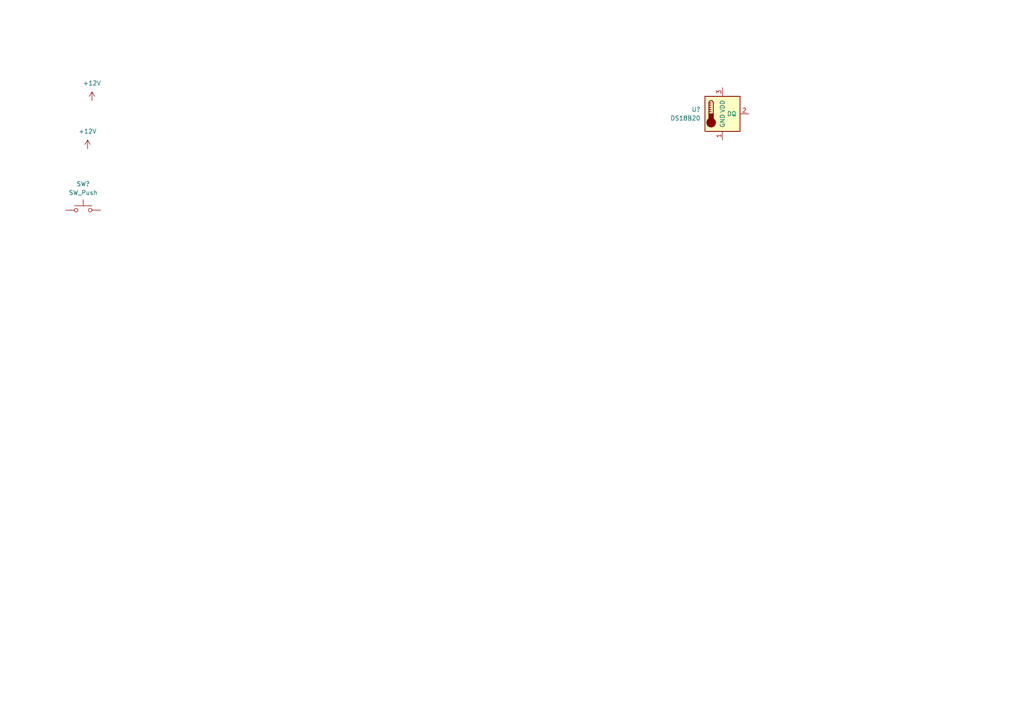
<source format=kicad_sch>
(kicad_sch (version 20211123) (generator eeschema)
  (paper "A4")
  (lib_symbols
    (symbol "Sensor_Temperature:DS18B20" (pin_names (offset 1.016))
      (property "Reference" "U" (at -3.81 6.35 0))
      (property "Value" "DS18B20" (at 6.35 6.35 0))
      (symbol "DS18B20_0_1"
        (rectangle (start -5.08 5.08) (end 5.08 -5.08) (stroke (width 0.254)) (fill (type background)))
        (circle (center -3.302 -2.54) (radius 1.27) (stroke (width 0.254)) (fill (type outline)))
        (rectangle (start -2.667 -1.905) (end -3.937 0) (stroke (width 0.254)) (fill (type outline)))
        (arc (start -2.667 3.175) (mid -3.302 3.81) (end -3.937 3.175) (stroke (width 0.254)))
        (polyline (pts (xy -3.937 0.635) (xy -3.302 0.635)) (stroke (width 0.254)))
        (polyline (pts (xy -3.937 1.27) (xy -3.302 1.27)) (stroke (width 0.254)))
        (polyline (pts (xy -3.937 1.905) (xy -3.302 1.905)) (stroke (width 0.254)))
        (polyline (pts (xy -3.937 2.54) (xy -3.302 2.54)) (stroke (width 0.254)))
        (polyline (pts (xy -3.937 3.175) (xy -3.937 0)) (stroke (width 0.254)))
        (polyline (pts (xy -3.937 3.175) (xy -3.302 3.175)) (stroke (width 0.254)))
        (polyline (pts (xy -2.667 3.175) (xy -2.667 0)) (stroke (width 0.254)))
      )
      (symbol "DS18B20_1_1"
        (pin power_in line (at 0 -7.62 90) (length 2.54) (name "GND") (number "1"))
        (pin bidirectional line (at 7.62 0 180) (length 2.54) (name "DQ") (number "2"))
        (pin power_in line (at 0 7.62 270) (length 2.54) (name "VDD") (number "3"))
      )
    )
    (symbol "Switch:SW_Push" (pin_numbers hide) (pin_names (offset 1.016) hide)
      (property "Reference" "SW" (at 1.27 2.54 0))
      (property "Value" "SW_Push" (at 0 -1.524 0))
      (symbol "SW_Push_0_1"
        (circle (center -2.032 0) (radius 0.508))
        (polyline (pts (xy 0 1.27) (xy 0 3.048)))
        (polyline (pts (xy 2.54 1.27) (xy -2.54 1.27)))
        (circle (center 2.032 0) (radius 0.508))
        (pin passive line (at -5.08 0 0) (length 2.54) (name "1") (number "1"))
        (pin passive line (at 5.08 0 180) (length 2.54) (name "2") (number "2"))
      )
    )
    (symbol "power:+12V" (power) (pin_names (offset 0))
      (property "Value" "+12V" (at 0 3.556 0))
      (symbol "+12V_0_1"
        (polyline (pts (xy -0.762 1.27) (xy 0 2.54)))
        (polyline (pts (xy 0 0) (xy 0 2.54)))
        (polyline (pts (xy 0 2.54) (xy 0.762 1.27)))
      )
      (symbol "+12V_1_1"
        (pin power_in line (at 0 0 90) (length 0) hide (name "+12V") (number "1"))
      )
    )
  )
  (symbol (lib_id "power:+12V") (at 25.4 43.18 0) (unit 1)
    (property "Reference" "#PWR?" (effects hide))
    (property "Value" "+12V" (at 25.4 38.1 0))
  )
  (symbol (lib_id "Sensor_Temperature:DS18B20") (at 209.55 33.02 0) (unit 1)
    (property "Reference" "U?" (at 203.2 31.7499 0) (effects (justify right)))
    (property "Value" "DS18B20" (at 203.2 34.2899 0) (effects (justify right)))
    (property "Footprint" "Package_TO_SOT_THT:TO-92_Inline" (effects hide))
    (property "Datasheet" "http://datasheets.maximintegrated.com/en/ds/DS18B20.pdf" (effects hide))
  )
  (symbol (lib_id "Switch:SW_Push") (at 24.13 60.96 0) (unit 1)
    (property "Reference" "SW?" (at 24.13 53.34 0))
    (property "Value" "SW_Push" (at 24.13 55.88 0))
  )
  (symbol (lib_id "power:+12V") (at 26.67 29.21 0) (unit 1)
    (property "Reference" "#PWR?" (effects hide))
    (property "Value" "+12V" (at 26.67 24.13 0))
  )
)
</source>
